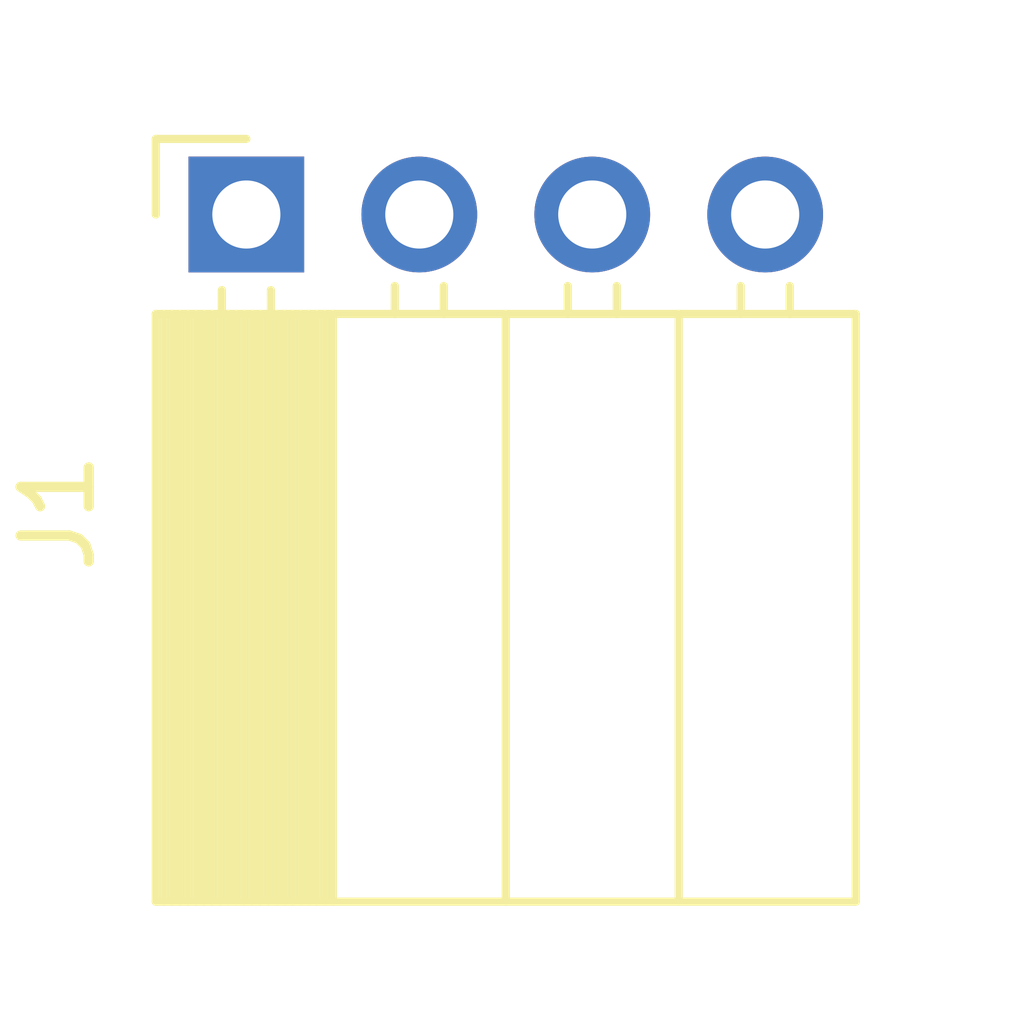
<source format=kicad_pcb>
(kicad_pcb (version 20221018) (generator pcbnew)
  (layers (0 "F.Cu" signal) (31 "B.Cu" signal) (34 "B.Paste" user) (35 "F.Paste" user) (36 "B.SilkS" user "B.Silkscreen") (37 "F.SilkS" user "F.Silkscreen") (38 "B.Mask" user) (39 "F.Mask" user) (44 "Edge.Cuts" user))
  (net 0 "")
  (footprint "Connector_PinSocket_2.54mm:PinSocket_1x04_P2.54mm_Horizontal" (layer "F.Cu") (at 70.83 102.625 90)
    (fp_text reference "J1" (at -4.38 -2.77 90) (layer "F.SilkS"))
    (fp_text value "Conn_01x04_Socket")
    (fp_line (start -10.09 -1.33) (end -10.09 8.95) (stroke (width 0.12)) (layer "F.SilkS"))
    (fp_line (start -10.09 -1.33) (end -1.46 -1.33) (stroke (width 0.12)) (layer "F.SilkS"))
    (fp_line (start -10.09 -1.21) (end -1.46 -1.21) (stroke (width 0.12)) (layer "F.SilkS"))
    (fp_line (start -10.09 -1.091905) (end -1.46 -1.091905) (stroke (width 0.12)) (layer "F.SilkS"))
    (fp_line (start -10.09 -0.97381) (end -1.46 -0.97381) (stroke (width 0.12)) (layer "F.SilkS"))
    (fp_line (start -10.09 -0.855715) (end -1.46 -0.855715) (stroke (width 0.12)) (layer "F.SilkS"))
    (fp_line (start -10.09 -0.73762) (end -1.46 -0.73762) (stroke (width 0.12)) (layer "F.SilkS"))
    (fp_line (start -10.09 -0.619525) (end -1.46 -0.619525) (stroke (width 0.12)) (layer "F.SilkS"))
    (fp_line (start -10.09 -0.50143) (end -1.46 -0.50143) (stroke (width 0.12)) (layer "F.SilkS"))
    (fp_line (start -10.09 -0.383335) (end -1.46 -0.383335) (stroke (width 0.12)) (layer "F.SilkS"))
    (fp_line (start -10.09 -0.26524) (end -1.46 -0.26524) (stroke (width 0.12)) (layer "F.SilkS"))
    (fp_line (start -10.09 -0.147145) (end -1.46 -0.147145) (stroke (width 0.12)) (layer "F.SilkS"))
    (fp_line (start -10.09 -0.02905) (end -1.46 -0.02905) (stroke (width 0.12)) (layer "F.SilkS"))
    (fp_line (start -10.09 0.089045) (end -1.46 0.089045) (stroke (width 0.12)) (layer "F.SilkS"))
    (fp_line (start -10.09 0.20714) (end -1.46 0.20714) (stroke (width 0.12)) (layer "F.SilkS"))
    (fp_line (start -10.09 0.325235) (end -1.46 0.325235) (stroke (width 0.12)) (layer "F.SilkS"))
    (fp_line (start -10.09 0.44333) (end -1.46 0.44333) (stroke (width 0.12)) (layer "F.SilkS"))
    (fp_line (start -10.09 0.561425) (end -1.46 0.561425) (stroke (width 0.12)) (layer "F.SilkS"))
    (fp_line (start -10.09 0.67952) (end -1.46 0.67952) (stroke (width 0.12)) (layer "F.SilkS"))
    (fp_line (start -10.09 0.797615) (end -1.46 0.797615) (stroke (width 0.12)) (layer "F.SilkS"))
    (fp_line (start -10.09 0.91571) (end -1.46 0.91571) (stroke (width 0.12)) (layer "F.SilkS"))
    (fp_line (start -10.09 1.033805) (end -1.46 1.033805) (stroke (width 0.12)) (layer "F.SilkS"))
    (fp_line (start -10.09 1.1519) (end -1.46 1.1519) (stroke (width 0.12)) (layer "F.SilkS"))
    (fp_line (start -10.09 1.27) (end -1.46 1.27) (stroke (width 0.12)) (layer "F.SilkS"))
    (fp_line (start -10.09 3.81) (end -1.46 3.81) (stroke (width 0.12)) (layer "F.SilkS"))
    (fp_line (start -10.09 6.35) (end -1.46 6.35) (stroke (width 0.12)) (layer "F.SilkS"))
    (fp_line (start -10.09 8.95) (end -1.46 8.95) (stroke (width 0.12)) (layer "F.SilkS"))
    (fp_line (start -1.46 -1.33) (end -1.46 8.95) (stroke (width 0.12)) (layer "F.SilkS"))
    (fp_line (start -1.46 -0.36) (end -1.11 -0.36) (stroke (width 0.12)) (layer "F.SilkS"))
    (fp_line (start -1.46 0.36) (end -1.11 0.36) (stroke (width 0.12)) (layer "F.SilkS"))
    (fp_line (start -1.46 2.18) (end -1.05 2.18) (stroke (width 0.12)) (layer "F.SilkS"))
    (fp_line (start -1.46 2.9) (end -1.05 2.9) (stroke (width 0.12)) (layer "F.SilkS"))
    (fp_line (start -1.46 4.72) (end -1.05 4.72) (stroke (width 0.12)) (layer "F.SilkS"))
    (fp_line (start -1.46 5.44) (end -1.05 5.44) (stroke (width 0.12)) (layer "F.SilkS"))
    (fp_line (start -1.46 7.26) (end -1.05 7.26) (stroke (width 0.12)) (layer "F.SilkS"))
    (fp_line (start -1.46 7.98) (end -1.05 7.98) (stroke (width 0.12)) (layer "F.SilkS"))
    (fp_line (start 0 -1.33) (end 1.11 -1.33) (stroke (width 0.12)) (layer "F.SilkS"))
    (fp_line (start 1.11 -1.33) (end 1.11 0) (stroke (width 0.12)) (layer "F.SilkS"))
    (pad "1" thru_hole rect (at 0 0 90) (size 1.7 1.7) (drill 1) (layers "*.Cu" "*.Mask"))
    (pad "2" thru_hole oval (at 0 2.54 90) (size 1.7 1.7) (drill 1) (layers "*.Cu" "*.Mask"))
    (pad "3" thru_hole oval (at 0 5.08 90) (size 1.7 1.7) (drill 1) (layers "*.Cu" "*.Mask"))
    (pad "4" thru_hole oval (at 0 7.62 90) (size 1.7 1.7) (drill 1) (layers "*.Cu" "*.Mask"))
  )
)
</source>
